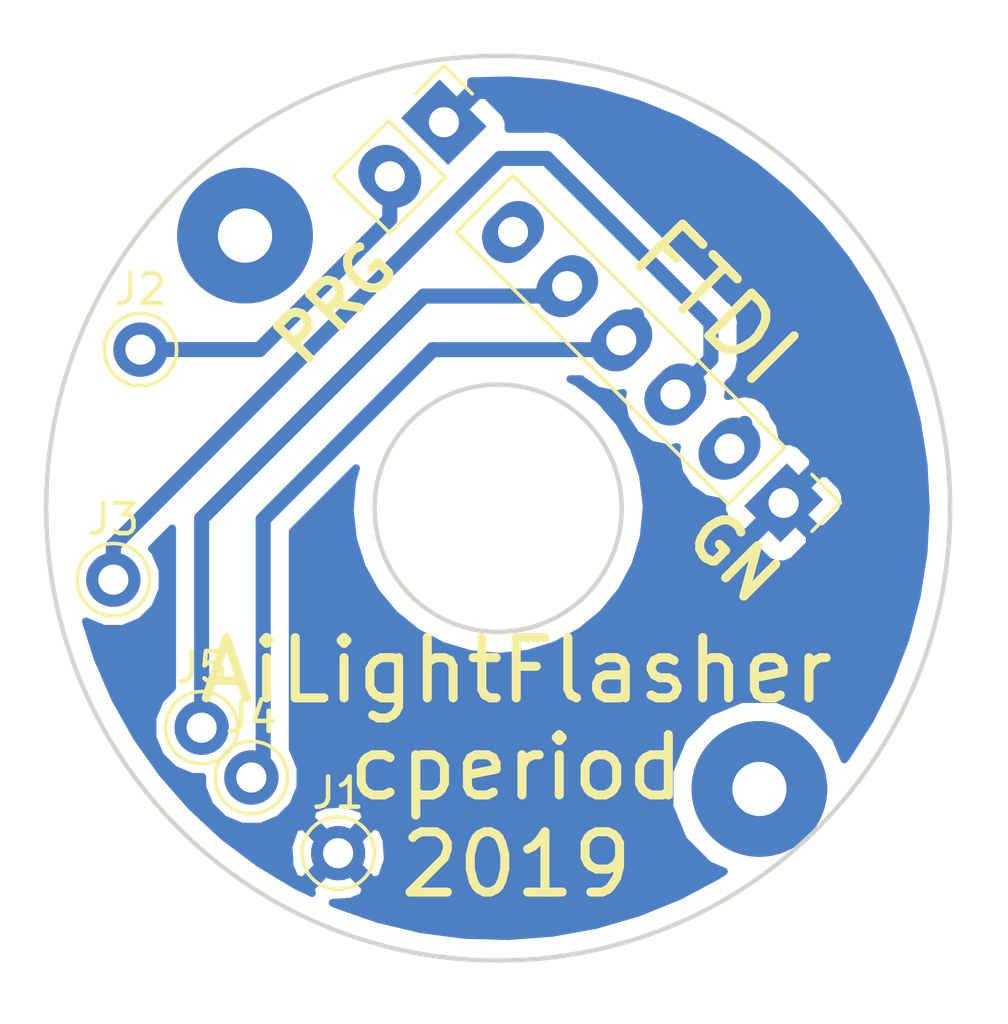
<source format=kicad_pcb>
(kicad_pcb (version 20171130) (host pcbnew 5.0.2-bee76a0~70~ubuntu18.04.1)

  (general
    (thickness 1.6)
    (drawings 6)
    (tracks 21)
    (zones 0)
    (modules 9)
    (nets 8)
  )

  (page A4)
  (layers
    (0 F.Cu signal)
    (31 B.Cu signal)
    (32 B.Adhes user)
    (33 F.Adhes user)
    (34 B.Paste user)
    (35 F.Paste user)
    (36 B.SilkS user)
    (37 F.SilkS user)
    (38 B.Mask user)
    (39 F.Mask user)
    (40 Dwgs.User user)
    (41 Cmts.User user)
    (42 Eco1.User user)
    (43 Eco2.User user)
    (44 Edge.Cuts user)
    (45 Margin user)
    (46 B.CrtYd user)
    (47 F.CrtYd user)
    (48 B.Fab user)
    (49 F.Fab user)
  )

  (setup
    (last_trace_width 0.5)
    (user_trace_width 0.5)
    (trace_clearance 0.2)
    (zone_clearance 0.6)
    (zone_45_only no)
    (trace_min 0.2)
    (segment_width 0.2)
    (edge_width 0.15)
    (via_size 0.8)
    (via_drill 0.4)
    (via_min_size 0.4)
    (via_min_drill 0.3)
    (uvia_size 0.3)
    (uvia_drill 0.1)
    (uvias_allowed no)
    (uvia_min_size 0.2)
    (uvia_min_drill 0.1)
    (pcb_text_width 0.3)
    (pcb_text_size 1.5 1.5)
    (mod_edge_width 0.15)
    (mod_text_size 1 1)
    (mod_text_width 0.15)
    (pad_size 4.50088 4.50088)
    (pad_drill 1.8)
    (pad_to_mask_clearance 0.051)
    (solder_mask_min_width 0.25)
    (aux_axis_origin 85 115)
    (visible_elements FFFFFF7F)
    (pcbplotparams
      (layerselection 0x01020_fffffffe)
      (usegerberextensions false)
      (usegerberattributes false)
      (usegerberadvancedattributes false)
      (creategerberjobfile false)
      (excludeedgelayer true)
      (linewidth 0.050000)
      (plotframeref false)
      (viasonmask false)
      (mode 1)
      (useauxorigin true)
      (hpglpennumber 1)
      (hpglpenspeed 20)
      (hpglpendiameter 15.000000)
      (psnegative false)
      (psa4output false)
      (plotreference true)
      (plotvalue true)
      (plotinvisibletext false)
      (padsonsilk false)
      (subtractmaskfromsilk false)
      (outputformat 1)
      (mirror false)
      (drillshape 0)
      (scaleselection 1)
      (outputdirectory "Gerbers/"))
  )

  (net 0 "")
  (net 1 GND)
  (net 2 "Net-(J2-Pad1)")
  (net 3 3V3)
  (net 4 aRX)
  (net 5 aTX)
  (net 6 "Net-(J6-Pad6)")
  (net 7 "Net-(J6-Pad2)")

  (net_class Default "This is the default net class."
    (clearance 0.2)
    (trace_width 0.25)
    (via_dia 0.8)
    (via_drill 0.4)
    (uvia_dia 0.3)
    (uvia_drill 0.1)
    (add_net 3V3)
    (add_net GND)
    (add_net "Net-(J2-Pad1)")
    (add_net "Net-(J6-Pad2)")
    (add_net "Net-(J6-Pad6)")
    (add_net aRX)
    (add_net aTX)
  )

  (module Wire_Pads:SolderWirePad_single_2mmDrill (layer F.Cu) (tedit 5CF3DD1D) (tstamp 5D16393F)
    (at 91.6 90.96)
    (path /5CF3D210)
    (fp_text reference H1 (at 0 -3.81) (layer F.SilkS) hide
      (effects (font (size 1 1) (thickness 0.15)))
    )
    (fp_text value Align1 (at -3.8 -3.16) (layer F.Fab)
      (effects (font (size 1 1) (thickness 0.15)))
    )
    (pad 1 thru_hole circle (at 0 0) (size 4.50088 4.50088) (drill 1.8) (layers *.Cu *.Mask))
  )

  (module Wire_Pads:SolderWirePad_single_2mmDrill (layer F.Cu) (tedit 5CF3DD2A) (tstamp 5D163943)
    (at 108.67 109.31)
    (path /5CF3D27A)
    (fp_text reference H2 (at 0 -3.81) (layer F.SilkS) hide
      (effects (font (size 1 1) (thickness 0.15)))
    )
    (fp_text value Align2 (at 2.33 3.49) (layer F.Fab)
      (effects (font (size 1 1) (thickness 0.15)))
    )
    (pad 1 thru_hole circle (at 0 0) (size 4.50088 4.50088) (drill 1.8) (layers *.Cu *.Mask))
  )

  (module CPB:Socket_Strip_Straight_1x06_Oval_Pitch2.54mm (layer F.Cu) (tedit 5C16D0B5) (tstamp 5D16436B)
    (at 109.474 99.822 225)
    (descr "Through hole straight socket strip, 1x06, 2.54mm pitch, single row")
    (tags "Through hole socket strip THT 1x06 2.54mm single row")
    (path /5CF3BCD7)
    (fp_text reference J6 (at 0 -2.33 225) (layer F.SilkS) hide
      (effects (font (size 1 1) (thickness 0.15)))
    )
    (fp_text value FTDI (at 0 15.03 225) (layer F.Fab)
      (effects (font (size 1 1) (thickness 0.15)))
    )
    (fp_line (start -1.27 -1.27) (end -1.27 13.97) (layer F.Fab) (width 0.1))
    (fp_line (start -1.27 13.97) (end 1.27 13.97) (layer F.Fab) (width 0.1))
    (fp_line (start 1.27 13.97) (end 1.27 -1.27) (layer F.Fab) (width 0.1))
    (fp_line (start 1.27 -1.27) (end -1.27 -1.27) (layer F.Fab) (width 0.1))
    (fp_line (start -1.33 1.27) (end -1.33 14.03) (layer F.SilkS) (width 0.12))
    (fp_line (start -1.33 14.03) (end 1.33 14.03) (layer F.SilkS) (width 0.12))
    (fp_line (start 1.33 14.03) (end 1.33 1.27) (layer F.SilkS) (width 0.12))
    (fp_line (start 1.33 1.27) (end -1.33 1.27) (layer F.SilkS) (width 0.12))
    (fp_line (start -1.33 0) (end -1.33 -1.33) (layer F.SilkS) (width 0.12))
    (fp_line (start -1.33 -1.33) (end 0 -1.33) (layer F.SilkS) (width 0.12))
    (fp_line (start -1.8 -1.8) (end -1.8 14.5) (layer F.CrtYd) (width 0.05))
    (fp_line (start -1.8 14.5) (end 1.8 14.5) (layer F.CrtYd) (width 0.05))
    (fp_line (start 1.8 14.5) (end 1.8 -1.8) (layer F.CrtYd) (width 0.05))
    (fp_line (start 1.8 -1.8) (end -1.8 -1.8) (layer F.CrtYd) (width 0.05))
    (fp_text user %R (at 0 -2.33 225) (layer F.Fab)
      (effects (font (size 1 1) (thickness 0.15)))
    )
    (pad 1 thru_hole rect (at 0 0 225) (size 2 1.7) (drill 1) (layers *.Cu *.Mask)
      (net 1 GND))
    (pad 2 thru_hole oval (at 0 2.54 225) (size 2.2 1.7) (drill 1) (layers *.Cu *.Mask)
      (net 7 "Net-(J6-Pad2)"))
    (pad 3 thru_hole oval (at 0 5.079999 225) (size 2.2 1.7) (drill 1) (layers *.Cu *.Mask)
      (net 3 3V3))
    (pad 4 thru_hole oval (at 0 7.62 225) (size 2.2 1.7) (drill 1) (layers *.Cu *.Mask)
      (net 4 aRX))
    (pad 5 thru_hole oval (at 0 10.16 225) (size 2.2 1.7) (drill 1) (layers *.Cu *.Mask)
      (net 5 aTX))
    (pad 6 thru_hole oval (at 0 12.7 225) (size 2.2 1.7) (drill 1) (layers *.Cu *.Mask)
      (net 6 "Net-(J6-Pad6)"))
    (model ${KISYS3DMOD}/Socket_Strips.3dshapes/Socket_Strip_Straight_1x06_Pitch2.54mm.wrl
      (offset (xyz 0 -6.349999904632568 0))
      (scale (xyz 1 1 1))
      (rotate (xyz 0 0 270))
    )
  )

  (module CPB:Socket_Strip_Straight_1x02_Oval_Pitch2.54mm (layer F.Cu) (tedit 5CF4399D) (tstamp 5D1644FD)
    (at 98.2 87.2 315)
    (descr "Through hole straight socket strip, 1x02, 2.54mm pitch, single row")
    (tags "Through hole socket strip THT 1x02 2.54mm single row")
    (path /5CF43AE4)
    (fp_text reference JP1 (at 0 -2.33 315) (layer F.SilkS) hide
      (effects (font (size 1 1) (thickness 0.15)))
    )
    (fp_text value Jumper (at 0 4.87 315) (layer F.Fab)
      (effects (font (size 1 1) (thickness 0.15)))
    )
    (fp_text user %R (at 0 -2.33 315) (layer F.Fab)
      (effects (font (size 1 1) (thickness 0.15)))
    )
    (fp_line (start 1.8 -1.8) (end -1.8 -1.8) (layer F.CrtYd) (width 0.05))
    (fp_line (start 1.8 4.35) (end 1.8 -1.8) (layer F.CrtYd) (width 0.05))
    (fp_line (start -1.8 4.35) (end 1.8 4.35) (layer F.CrtYd) (width 0.05))
    (fp_line (start -1.8 -1.8) (end -1.8 4.35) (layer F.CrtYd) (width 0.05))
    (fp_line (start -1.33 -1.33) (end 0 -1.33) (layer F.SilkS) (width 0.12))
    (fp_line (start -1.33 0) (end -1.33 -1.33) (layer F.SilkS) (width 0.12))
    (fp_line (start 1.33 1.27) (end -1.33 1.27) (layer F.SilkS) (width 0.12))
    (fp_line (start 1.33 3.87) (end 1.33 1.27) (layer F.SilkS) (width 0.12))
    (fp_line (start -1.33 3.87) (end 1.33 3.87) (layer F.SilkS) (width 0.12))
    (fp_line (start -1.33 1.27) (end -1.33 3.87) (layer F.SilkS) (width 0.12))
    (fp_line (start 1.27 -1.27) (end -1.27 -1.27) (layer F.Fab) (width 0.1))
    (fp_line (start 1.27 3.81) (end 1.27 -1.27) (layer F.Fab) (width 0.1))
    (fp_line (start -1.27 3.81) (end 1.27 3.81) (layer F.Fab) (width 0.1))
    (fp_line (start -1.27 -1.27) (end -1.27 3.81) (layer F.Fab) (width 0.1))
    (pad 2 thru_hole oval (at 0 2.54 315) (size 2.2 1.8) (drill 1) (layers *.Cu *.Mask)
      (net 2 "Net-(J2-Pad1)"))
    (pad 1 thru_hole rect (at 0 0 315) (size 2.2 1.8) (drill 1) (layers *.Cu *.Mask)
      (net 1 GND))
    (model ${KISYS3DMOD}/Socket_Strips.3dshapes/Socket_Strip_Straight_1x02_Pitch2.54mm.wrl
      (offset (xyz 0 -1.269999980926514 0))
      (scale (xyz 1 1 1))
      (rotate (xyz 0 0 270))
    )
  )

  (module CPB:Test_Point_THTPad_d2.0mm_Drill1.0mm (layer F.Cu) (tedit 5CF3D1FD) (tstamp 5D06860E)
    (at 94.69 111.44)
    (descr "THT pad as test Point, diameter 2.0mm, hole diameter 1.0mm")
    (tags "test point THT pad")
    (path /5CF3BFB4)
    (attr virtual)
    (fp_text reference J1 (at 0 -1.998) (layer F.SilkS)
      (effects (font (size 1 1) (thickness 0.15)))
    )
    (fp_text value GND (at 0 2.05) (layer F.Fab)
      (effects (font (size 1 1) (thickness 0.15)))
    )
    (fp_text user %R (at 0 -2) (layer F.Fab)
      (effects (font (size 1 1) (thickness 0.15)))
    )
    (fp_circle (center 0 0) (end 1.5 0) (layer F.CrtYd) (width 0.05))
    (fp_circle (center 0 0) (end 0 1.2) (layer F.SilkS) (width 0.12))
    (pad 1 thru_hole circle (at 0 0) (size 1.8 1.8) (drill 1) (layers *.Cu *.Mask)
      (net 1 GND))
  )

  (module CPB:Test_Point_THTPad_d2.0mm_Drill1.0mm (layer F.Cu) (tedit 5CF3D1FD) (tstamp 5D068615)
    (at 88.13 94.74)
    (descr "THT pad as test Point, diameter 2.0mm, hole diameter 1.0mm")
    (tags "test point THT pad")
    (path /5CF3C068)
    (attr virtual)
    (fp_text reference J2 (at 0 -1.998) (layer F.SilkS)
      (effects (font (size 1 1) (thickness 0.15)))
    )
    (fp_text value IO0 (at 0 2.05) (layer F.Fab)
      (effects (font (size 1 1) (thickness 0.15)))
    )
    (fp_circle (center 0 0) (end 0 1.2) (layer F.SilkS) (width 0.12))
    (fp_circle (center 0 0) (end 1.5 0) (layer F.CrtYd) (width 0.05))
    (fp_text user %R (at 0 -2) (layer F.Fab)
      (effects (font (size 1 1) (thickness 0.15)))
    )
    (pad 1 thru_hole circle (at 0 0) (size 1.8 1.8) (drill 1) (layers *.Cu *.Mask)
      (net 2 "Net-(J2-Pad1)"))
  )

  (module CPB:Test_Point_THTPad_d2.0mm_Drill1.0mm (layer F.Cu) (tedit 5CF3D1FD) (tstamp 5D06861C)
    (at 87.23 102.37)
    (descr "THT pad as test Point, diameter 2.0mm, hole diameter 1.0mm")
    (tags "test point THT pad")
    (path /5CF3C097)
    (attr virtual)
    (fp_text reference J3 (at 0 -1.998) (layer F.SilkS)
      (effects (font (size 1 1) (thickness 0.15)))
    )
    (fp_text value 3V3 (at 0 2.05) (layer F.Fab)
      (effects (font (size 1 1) (thickness 0.15)))
    )
    (fp_text user %R (at 0 -2) (layer F.Fab)
      (effects (font (size 1 1) (thickness 0.15)))
    )
    (fp_circle (center 0 0) (end 1.5 0) (layer F.CrtYd) (width 0.05))
    (fp_circle (center 0 0) (end 0 1.2) (layer F.SilkS) (width 0.12))
    (pad 1 thru_hole circle (at 0 0) (size 1.8 1.8) (drill 1) (layers *.Cu *.Mask)
      (net 3 3V3))
  )

  (module CPB:Test_Point_THTPad_d2.0mm_Drill1.0mm (layer F.Cu) (tedit 5CF3D1FD) (tstamp 5D068623)
    (at 91.81 108.93)
    (descr "THT pad as test Point, diameter 2.0mm, hole diameter 1.0mm")
    (tags "test point THT pad")
    (path /5CF3C0CB)
    (attr virtual)
    (fp_text reference J4 (at 0 -1.998) (layer F.SilkS)
      (effects (font (size 1 1) (thickness 0.15)))
    )
    (fp_text value aRX (at 0 2.05) (layer F.Fab)
      (effects (font (size 1 1) (thickness 0.15)))
    )
    (fp_circle (center 0 0) (end 0 1.2) (layer F.SilkS) (width 0.12))
    (fp_circle (center 0 0) (end 1.5 0) (layer F.CrtYd) (width 0.05))
    (fp_text user %R (at 0 -2) (layer F.Fab)
      (effects (font (size 1 1) (thickness 0.15)))
    )
    (pad 1 thru_hole circle (at 0 0) (size 1.8 1.8) (drill 1) (layers *.Cu *.Mask)
      (net 4 aRX))
  )

  (module CPB:Test_Point_THTPad_d2.0mm_Drill1.0mm (layer F.Cu) (tedit 5CF3D1FD) (tstamp 5D06862A)
    (at 90.16 107.28)
    (descr "THT pad as test Point, diameter 2.0mm, hole diameter 1.0mm")
    (tags "test point THT pad")
    (path /5CF3C121)
    (attr virtual)
    (fp_text reference J5 (at 0 -1.998) (layer F.SilkS)
      (effects (font (size 1 1) (thickness 0.15)))
    )
    (fp_text value aTX (at 0 2.05) (layer F.Fab)
      (effects (font (size 1 1) (thickness 0.15)))
    )
    (fp_text user %R (at 0 -2) (layer F.Fab)
      (effects (font (size 1 1) (thickness 0.15)))
    )
    (fp_circle (center 0 0) (end 1.5 0) (layer F.CrtYd) (width 0.05))
    (fp_circle (center 0 0) (end 0 1.2) (layer F.SilkS) (width 0.12))
    (pad 1 thru_hole circle (at 0 0) (size 1.8 1.8) (drill 1) (layers *.Cu *.Mask)
      (net 5 aTX))
  )

  (gr_text PRG (at 94.6 93.2 45) (layer F.SilkS) (tstamp 5D1647A6)
    (effects (font (size 1.5 1.5) (thickness 0.3)))
  )
  (gr_text FTDI (at 107.2 93.2 315) (layer F.SilkS) (tstamp 5D164386)
    (effects (font (size 2 2) (thickness 0.3)))
  )
  (gr_text "AiLightFlasher\ncperiod\n2019" (at 100.6 108.6) (layer F.SilkS)
    (effects (font (size 2 2) (thickness 0.3)))
  )
  (gr_text GN (at 107.8 101.6 315) (layer F.SilkS)
    (effects (font (size 1.5 1.5) (thickness 0.3)))
  )
  (gr_circle (center 100 100) (end 104.1 100) (layer Edge.Cuts) (width 0.15))
  (gr_circle (center 100 100) (end 115 100) (layer Edge.Cuts) (width 0.15))

  (segment (start 88.13 94.74) (end 88.47 94.4) (width 0.5) (layer B.Cu) (net 2) (status 30))
  (segment (start 96.403949 90.413051) (end 96.403949 88.996051) (width 0.5) (layer B.Cu) (net 2))
  (segment (start 88.13 94.74) (end 92.077 94.74) (width 0.5) (layer B.Cu) (net 2))
  (segment (start 92.077 94.74) (end 96.403949 90.413051) (width 0.5) (layer B.Cu) (net 2))
  (segment (start 107.061 95.050796) (end 105.881898 96.229898) (width 0.5) (layer B.Cu) (net 3))
  (segment (start 107.061 93.853) (end 107.061 95.050796) (width 0.5) (layer B.Cu) (net 3))
  (segment (start 101.608 88.4) (end 107.061 93.853) (width 0.5) (layer B.Cu) (net 3))
  (segment (start 100.068 88.4) (end 101.608 88.4) (width 0.5) (layer B.Cu) (net 3))
  (segment (start 87.23 102.37) (end 87.23 101.238) (width 0.5) (layer B.Cu) (net 3))
  (segment (start 87.23 101.238) (end 100.068 88.4) (width 0.5) (layer B.Cu) (net 3))
  (segment (start 103.784204 94.4) (end 104.592102 93.592102) (width 0.5) (layer B.Cu) (net 4) (status 30))
  (segment (start 103.777692 94.742) (end 104.085846 94.433846) (width 0.5) (layer B.Cu) (net 4) (status 30))
  (segment (start 92.202 100.371789) (end 97.831789 94.742) (width 0.5) (layer B.Cu) (net 4))
  (segment (start 97.831789 94.742) (end 103.777692 94.742) (width 0.5) (layer B.Cu) (net 4) (status 20))
  (segment (start 91.81 108.93) (end 92.202 108.538) (width 0.5) (layer B.Cu) (net 4) (status 30))
  (segment (start 92.202 108.538) (end 92.202 100.371789) (width 0.5) (layer B.Cu) (net 4) (status 10))
  (segment (start 101.96359 92.964) (end 102.289795 92.637795) (width 0.5) (layer B.Cu) (net 5) (status 30))
  (segment (start 97.536 92.964) (end 101.96359 92.964) (width 0.5) (layer B.Cu) (net 5) (status 20))
  (segment (start 90.16 107.28) (end 90.16 100.34) (width 0.5) (layer B.Cu) (net 5) (status 10))
  (segment (start 90.16 100.34) (end 97.536 92.964) (width 0.5) (layer B.Cu) (net 5))
  (segment (start 108.184205 97.301795) (end 108.184205 97.184205) (width 0.5) (layer B.Cu) (net 7) (status 30))

  (zone (net 1) (net_name GND) (layer B.Cu) (tstamp 5D1648AB) (hatch edge 0.508)
    (connect_pads (clearance 0.6))
    (min_thickness 0.254)
    (fill yes (arc_segments 16) (thermal_gap 0.6) (thermal_bridge_width 0.6))
    (polygon
      (pts
        (xy 84 83.1525) (xy 116.9365 83.14675) (xy 116.53175 117.124125) (xy 83.46825 116.875875)
      )
    )
    (filled_polygon
      (pts
        (xy 101.82864 85.920253) (xy 103.266246 86.182806) (xy 104.669249 86.591744) (xy 106.022783 87.142734) (xy 107.312511 87.829939)
        (xy 108.524766 88.646077) (xy 109.646708 89.582503) (xy 110.666448 90.629296) (xy 111.573184 91.775366) (xy 112.35731 93.00857)
        (xy 113.010518 94.315844) (xy 113.525888 95.683339) (xy 113.897959 97.096565) (xy 114.122791 98.540552) (xy 114.198 100)
        (xy 114.197978 100.02478) (xy 114.120222 101.484095) (xy 113.892871 102.927687) (xy 113.518333 104.340262) (xy 113.000578 105.706855)
        (xy 112.345089 107.012987) (xy 111.558812 108.244821) (xy 111.48832 108.333601) (xy 111.194151 107.623416) (xy 110.356584 106.785849)
        (xy 109.26225 106.33256) (xy 108.07775 106.33256) (xy 106.983416 106.785849) (xy 106.145849 107.623416) (xy 105.69256 108.71775)
        (xy 105.69256 109.90225) (xy 106.145849 110.996584) (xy 106.983416 111.834151) (xy 107.495091 112.046094) (xy 107.291259 112.182806)
        (xy 106.000334 112.867758) (xy 104.64584 113.416385) (xy 103.242126 113.822873) (xy 101.804063 114.082917) (xy 100.346888 114.193762)
        (xy 98.886038 114.154232) (xy 97.436989 113.964748) (xy 96.015094 113.627316) (xy 94.635417 113.145511) (xy 94.501757 113.082758)
        (xy 95.11896 113.042455) (xy 95.519786 112.876427) (xy 95.604967 112.599626) (xy 94.69 111.684659) (xy 93.775033 112.599626)
        (xy 93.826088 112.765532) (xy 93.312573 112.524437) (xy 92.060579 111.770675) (xy 91.332567 111.223074) (xy 93.045369 111.223074)
        (xy 93.087545 111.86896) (xy 93.253573 112.269786) (xy 93.530374 112.354967) (xy 94.445341 111.44) (xy 94.934659 111.44)
        (xy 95.849626 112.354967) (xy 96.126427 112.269786) (xy 96.334631 111.656926) (xy 96.292455 111.01104) (xy 96.126427 110.610214)
        (xy 95.849626 110.525033) (xy 94.934659 111.44) (xy 94.445341 111.44) (xy 93.530374 110.525033) (xy 93.253573 110.610214)
        (xy 93.045369 111.223074) (xy 91.332567 111.223074) (xy 90.892698 110.892211) (xy 89.821303 109.89835) (xy 88.857745 108.799623)
        (xy 88.012232 107.607669) (xy 87.293722 106.335117) (xy 86.709827 104.995448) (xy 86.314081 103.751666) (xy 86.90637 103.997)
        (xy 87.55363 103.997) (xy 88.151622 103.749304) (xy 88.609304 103.291622) (xy 88.857 102.69363) (xy 88.857 102.04637)
        (xy 88.609304 101.448378) (xy 88.505306 101.34438) (xy 89.183001 100.666685) (xy 89.183 105.956074) (xy 88.780696 106.358378)
        (xy 88.533 106.95637) (xy 88.533 107.60363) (xy 88.780696 108.201622) (xy 89.238378 108.659304) (xy 89.83637 108.907)
        (xy 90.183 108.907) (xy 90.183 109.25363) (xy 90.430696 109.851622) (xy 90.888378 110.309304) (xy 91.48637 110.557)
        (xy 92.13363 110.557) (xy 92.731622 110.309304) (xy 92.760552 110.280374) (xy 93.775033 110.280374) (xy 94.69 111.195341)
        (xy 95.604967 110.280374) (xy 95.519786 110.003573) (xy 94.906926 109.795369) (xy 94.26104 109.837545) (xy 93.860214 110.003573)
        (xy 93.775033 110.280374) (xy 92.760552 110.280374) (xy 93.189304 109.851622) (xy 93.437 109.25363) (xy 93.437 108.60637)
        (xy 93.189304 108.008378) (xy 93.179 107.998074) (xy 93.179 100.776475) (xy 95.285447 98.670029) (xy 95.158861 99.111485)
        (xy 95.07848 100.068722) (xy 95.185558 101.023341) (xy 95.476016 101.938982) (xy 95.938791 102.780768) (xy 96.556257 103.516635)
        (xy 97.304894 104.118554) (xy 98.156186 104.563599) (xy 99.077709 104.834818) (xy 100.034362 104.92188) (xy 100.989706 104.821469)
        (xy 101.907352 104.53741) (xy 102.752347 104.080523) (xy 103.492507 103.46821) (xy 104.099638 102.723793) (xy 104.550616 101.875628)
        (xy 104.803816 101.036986) (xy 108.503673 101.036986) (xy 108.503673 101.29402) (xy 108.956122 101.746469) (xy 109.223325 101.857148)
        (xy 109.512544 101.857147) (xy 109.779747 101.746468) (xy 110.338261 101.187954) (xy 110.338261 100.93092) (xy 109.474 100.066659)
        (xy 108.503673 101.036986) (xy 104.803816 101.036986) (xy 104.828261 100.956021) (xy 104.922 100) (xy 104.920081 99.86257)
        (xy 104.799685 98.909538) (xy 104.496471 97.998042) (xy 104.021987 97.1628) (xy 103.394307 96.435626) (xy 102.637339 95.844218)
        (xy 102.38945 95.719) (xy 102.753022 95.719) (xy 102.772116 95.747576) (xy 103.293755 96.096124) (xy 103.909069 96.218517)
        (xy 104.143947 96.171797) (xy 104.097227 96.406675) (xy 104.21962 97.021989) (xy 104.568168 97.543628) (xy 105.089807 97.892176)
        (xy 105.705121 98.014569) (xy 105.939998 97.967849) (xy 105.893278 98.202726) (xy 106.015671 98.81804) (xy 106.364219 99.339679)
        (xy 106.885858 99.688227) (xy 107.438853 99.798224) (xy 107.438852 100.072675) (xy 107.549531 100.339878) (xy 108.00198 100.792327)
        (xy 108.259014 100.792327) (xy 109.229341 99.822) (xy 109.718659 99.822) (xy 110.58292 100.686261) (xy 110.839954 100.686261)
        (xy 111.398468 100.127747) (xy 111.509147 99.860544) (xy 111.509148 99.571325) (xy 111.398469 99.304122) (xy 110.94602 98.851673)
        (xy 110.688986 98.851673) (xy 109.718659 99.822) (xy 109.229341 99.822) (xy 109.215199 99.807858) (xy 109.459858 99.563199)
        (xy 109.474 99.577341) (xy 110.444327 98.607014) (xy 110.444327 98.34998) (xy 109.991878 97.897531) (xy 109.724675 97.786852)
        (xy 109.450224 97.786853) (xy 109.340227 97.233858) (xy 109.126637 96.914197) (xy 109.104518 96.803) (xy 108.888582 96.479828)
        (xy 108.565411 96.263892) (xy 108.184205 96.188065) (xy 107.885707 96.24744) (xy 107.854726 96.241278) (xy 107.619849 96.287998)
        (xy 107.666569 96.053121) (xy 107.629039 95.864444) (xy 107.683806 95.809677) (xy 107.765377 95.755173) (xy 107.819881 95.673602)
        (xy 107.819883 95.6736) (xy 107.935288 95.500883) (xy 107.981313 95.432002) (xy 108.038 95.147019) (xy 108.038 95.147015)
        (xy 108.057139 95.050797) (xy 108.038 94.954579) (xy 108.038 93.949219) (xy 108.057139 93.853) (xy 108.038 93.756781)
        (xy 108.038 93.756777) (xy 107.981313 93.471794) (xy 107.90708 93.360696) (xy 107.819883 93.230196) (xy 107.819881 93.230194)
        (xy 107.765377 93.148623) (xy 107.683806 93.094119) (xy 102.366883 87.777197) (xy 102.312377 87.695623) (xy 101.989206 87.479687)
        (xy 101.704223 87.423) (xy 101.704218 87.423) (xy 101.608 87.403861) (xy 101.511782 87.423) (xy 100.341214 87.423)
        (xy 100.341213 87.196812) (xy 100.230534 86.929609) (xy 99.601309 86.300383) (xy 99.344276 86.300383) (xy 98.444659 87.2)
        (xy 98.458801 87.214142) (xy 98.214142 87.458801) (xy 98.2 87.444659) (xy 98.185858 87.458801) (xy 97.941199 87.214142)
        (xy 97.955341 87.2) (xy 97.941199 87.185858) (xy 98.185858 86.941199) (xy 98.2 86.955341) (xy 99.099617 86.055724)
        (xy 99.099617 85.839064) (xy 100.37166 85.806865)
      )
    )
  )
)

</source>
